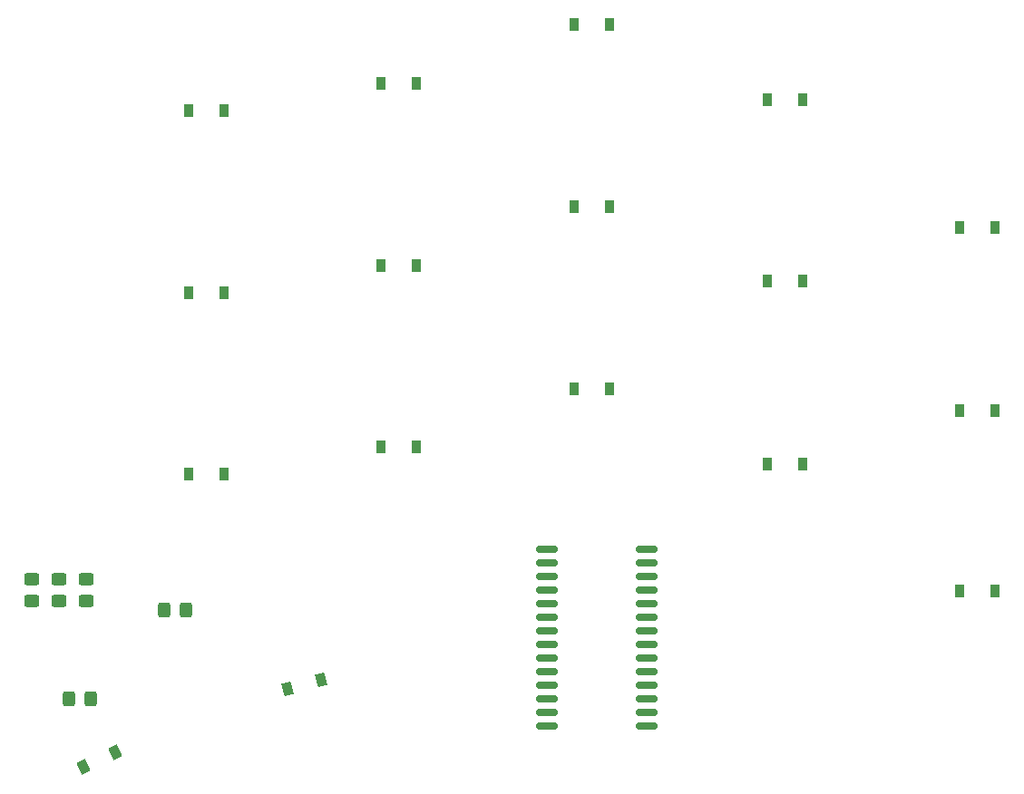
<source format=gbr>
%TF.GenerationSoftware,KiCad,Pcbnew,(6.0.7)*%
%TF.CreationDate,2022-09-28T21:41:44+08:00*%
%TF.ProjectId,ferris_right,66657272-6973-45f7-9269-6768742e6b69,rev?*%
%TF.SameCoordinates,Original*%
%TF.FileFunction,Paste,Top*%
%TF.FilePolarity,Positive*%
%FSLAX46Y46*%
G04 Gerber Fmt 4.6, Leading zero omitted, Abs format (unit mm)*
G04 Created by KiCad (PCBNEW (6.0.7)) date 2022-09-28 21:41:44*
%MOMM*%
%LPD*%
G01*
G04 APERTURE LIST*
G04 Aperture macros list*
%AMRoundRect*
0 Rectangle with rounded corners*
0 $1 Rounding radius*
0 $2 $3 $4 $5 $6 $7 $8 $9 X,Y pos of 4 corners*
0 Add a 4 corners polygon primitive as box body*
4,1,4,$2,$3,$4,$5,$6,$7,$8,$9,$2,$3,0*
0 Add four circle primitives for the rounded corners*
1,1,$1+$1,$2,$3*
1,1,$1+$1,$4,$5*
1,1,$1+$1,$6,$7*
1,1,$1+$1,$8,$9*
0 Add four rect primitives between the rounded corners*
20,1,$1+$1,$2,$3,$4,$5,0*
20,1,$1+$1,$4,$5,$6,$7,0*
20,1,$1+$1,$6,$7,$8,$9,0*
20,1,$1+$1,$8,$9,$2,$3,0*%
%AMRotRect*
0 Rectangle, with rotation*
0 The origin of the aperture is its center*
0 $1 length*
0 $2 width*
0 $3 Rotation angle, in degrees counterclockwise*
0 Add horizontal line*
21,1,$1,$2,0,0,$3*%
G04 Aperture macros list end*
%ADD10R,0.900000X1.200000*%
%ADD11RotRect,0.900000X1.200000X25.000000*%
%ADD12RotRect,0.900000X1.200000X15.000000*%
%ADD13RoundRect,0.250000X-0.325000X-0.450000X0.325000X-0.450000X0.325000X0.450000X-0.325000X0.450000X0*%
%ADD14RoundRect,0.250000X0.450000X-0.325000X0.450000X0.325000X-0.450000X0.325000X-0.450000X-0.325000X0*%
%ADD15RoundRect,0.150000X-0.875000X-0.150000X0.875000X-0.150000X0.875000X0.150000X-0.875000X0.150000X0*%
%ADD16RoundRect,0.250000X0.325000X0.450000X-0.325000X0.450000X-0.325000X-0.450000X0.325000X-0.450000X0*%
%ADD17RoundRect,0.250000X-0.450000X0.325000X-0.450000X-0.325000X0.450000X-0.325000X0.450000X0.325000X0*%
G04 APERTURE END LIST*
D10*
%TO.C,D0_8*%
X194350000Y-24700000D03*
X197650000Y-24700000D03*
%TD*%
%TO.C,D0_7*%
X176350000Y-17700000D03*
X179650000Y-17700000D03*
%TD*%
%TO.C,D0_6*%
X158350000Y-23200000D03*
X161650000Y-23200000D03*
%TD*%
%TO.C,D0_9*%
X212350000Y-36600000D03*
X215650000Y-36600000D03*
%TD*%
%TO.C,D0_5*%
X140350000Y-25700000D03*
X143650000Y-25700000D03*
%TD*%
%TO.C,D1_5*%
X140350000Y-42700000D03*
X143650000Y-42700000D03*
%TD*%
%TO.C,D1_6*%
X158350000Y-40200000D03*
X161650000Y-40200000D03*
%TD*%
%TO.C,D1_7*%
X176350000Y-34700000D03*
X179650000Y-34700000D03*
%TD*%
%TO.C,D1_8*%
X194350000Y-41600000D03*
X197650000Y-41600000D03*
%TD*%
%TO.C,D1_9*%
X212350000Y-53700000D03*
X215650000Y-53700000D03*
%TD*%
%TO.C,D2_6*%
X158350000Y-57100000D03*
X161650000Y-57100000D03*
%TD*%
%TO.C,D2_9*%
X212350000Y-70600000D03*
X215650000Y-70600000D03*
%TD*%
%TO.C,D2_8*%
X194350000Y-58700000D03*
X197650000Y-58700000D03*
%TD*%
%TO.C,D2_5*%
X140350000Y-59700000D03*
X143650000Y-59700000D03*
%TD*%
%TO.C,D2_7*%
X176350000Y-51700000D03*
X179650000Y-51700000D03*
%TD*%
D11*
%TO.C,D3_5*%
X133490731Y-85642561D03*
X130499915Y-87037201D03*
%TD*%
D12*
%TO.C,D3_6*%
X152760304Y-78897004D03*
X149572748Y-79751106D03*
%TD*%
D13*
%TO.C,R7*%
X131200000Y-80645000D03*
X129150000Y-80645000D03*
%TD*%
D14*
%TO.C,C13*%
X130810000Y-71510000D03*
X130810000Y-69460000D03*
%TD*%
%TO.C,C12*%
X128270000Y-71510000D03*
X128270000Y-69460000D03*
%TD*%
D15*
%TO.C,U2*%
X183085000Y-66675000D03*
X183085000Y-67945000D03*
X183085000Y-69215000D03*
X183085000Y-70485000D03*
X183085000Y-71755000D03*
X183085000Y-73025000D03*
X183085000Y-74295000D03*
X183085000Y-75565000D03*
X183085000Y-76835000D03*
X183085000Y-78105000D03*
X183085000Y-79375000D03*
X183085000Y-80645000D03*
X183085000Y-81915000D03*
X183085000Y-83185000D03*
X173785000Y-83185000D03*
X173785000Y-81915000D03*
X173785000Y-80645000D03*
X173785000Y-79375000D03*
X173785000Y-78105000D03*
X173785000Y-76835000D03*
X173785000Y-75565000D03*
X173785000Y-74295000D03*
X173785000Y-73025000D03*
X173785000Y-71755000D03*
X173785000Y-70485000D03*
X173785000Y-69215000D03*
X173785000Y-67945000D03*
X173785000Y-66675000D03*
%TD*%
D16*
%TO.C,R6*%
X140090000Y-72390000D03*
X138040000Y-72390000D03*
%TD*%
D17*
%TO.C,R8*%
X125730000Y-71510000D03*
X125730000Y-69460000D03*
%TD*%
M02*

</source>
